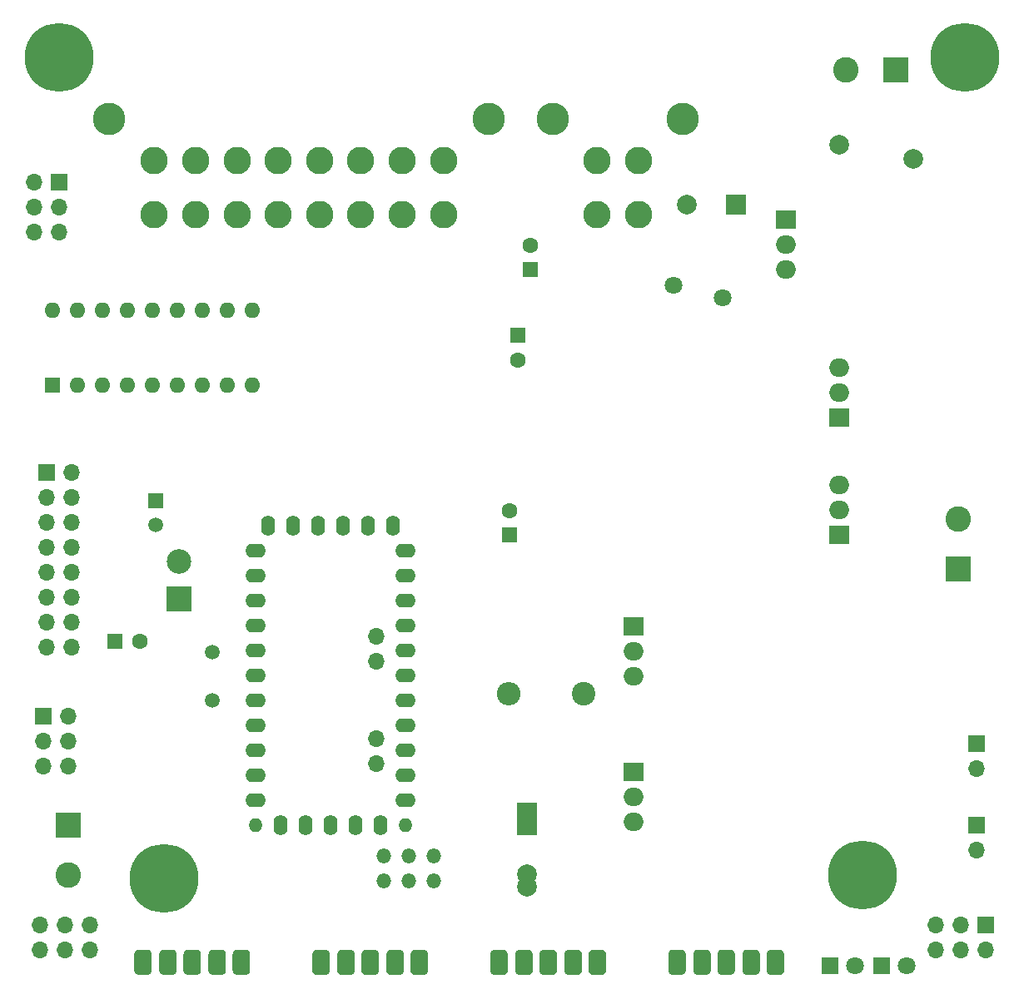
<source format=gbr>
G04 #@! TF.GenerationSoftware,KiCad,Pcbnew,(5.1.0)-1*
G04 #@! TF.CreationDate,2020-05-11T20:58:43-03:00*
G04 #@! TF.ProjectId,EAR ECU Integrated_CPU_01,45415220-4543-4552-9049-6e7465677261,01*
G04 #@! TF.SameCoordinates,Original*
G04 #@! TF.FileFunction,Soldermask,Bot*
G04 #@! TF.FilePolarity,Negative*
%FSLAX46Y46*%
G04 Gerber Fmt 4.6, Leading zero omitted, Abs format (unit mm)*
G04 Created by KiCad (PCBNEW (5.1.0)-1) date 2020-05-11 20:58:43*
%MOMM*%
%LPD*%
G04 APERTURE LIST*
%ADD10C,0.100000*%
%ADD11C,1.778000*%
%ADD12C,2.000000*%
%ADD13R,2.000000X2.000000*%
%ADD14O,1.700000X1.700000*%
%ADD15R,1.700000X1.700000*%
%ADD16C,2.600000*%
%ADD17R,2.600000X2.600000*%
%ADD18O,1.600000X1.600000*%
%ADD19R,1.600000X1.600000*%
%ADD20O,1.400000X1.400000*%
%ADD21O,2.100000X1.400000*%
%ADD22C,1.500000*%
%ADD23O,1.400000X2.100000*%
%ADD24O,1.500000X1.500000*%
%ADD25C,1.800000*%
%ADD26R,1.800000X1.800000*%
%ADD27O,2.400000X2.400000*%
%ADD28C,2.400000*%
%ADD29C,2.499360*%
%ADD30R,2.499360X2.499360*%
%ADD31O,2.000000X1.905000*%
%ADD32R,2.000000X1.905000*%
%ADD33C,1.600000*%
%ADD34C,2.800000*%
%ADD35C,3.300000*%
%ADD36C,0.800000*%
%ADD37C,7.000000*%
%ADD38R,1.500000X1.500000*%
G04 APERTURE END LIST*
D10*
G36*
X101690569Y-134939640D02*
G01*
X101733718Y-134946041D01*
X101776032Y-134956640D01*
X101817103Y-134971336D01*
X101856536Y-134989986D01*
X101893951Y-135012412D01*
X101928988Y-135038397D01*
X101961309Y-135067691D01*
X101990603Y-135100012D01*
X102016588Y-135135049D01*
X102039014Y-135172464D01*
X102057664Y-135211897D01*
X102072360Y-135252968D01*
X102082959Y-135295282D01*
X102089360Y-135338431D01*
X102091500Y-135382000D01*
X102091500Y-137033000D01*
X102089360Y-137076569D01*
X102082959Y-137119718D01*
X102072360Y-137162032D01*
X102057664Y-137203103D01*
X102039014Y-137242536D01*
X102016588Y-137279951D01*
X101990603Y-137314988D01*
X101961309Y-137347309D01*
X101928988Y-137376603D01*
X101893951Y-137402588D01*
X101856536Y-137425014D01*
X101817103Y-137443664D01*
X101776032Y-137458360D01*
X101733718Y-137468959D01*
X101690569Y-137475360D01*
X101647000Y-137477500D01*
X100758000Y-137477500D01*
X100714431Y-137475360D01*
X100671282Y-137468959D01*
X100628968Y-137458360D01*
X100587897Y-137443664D01*
X100548464Y-137425014D01*
X100511049Y-137402588D01*
X100476012Y-137376603D01*
X100443691Y-137347309D01*
X100414397Y-137314988D01*
X100388412Y-137279951D01*
X100365986Y-137242536D01*
X100347336Y-137203103D01*
X100332640Y-137162032D01*
X100322041Y-137119718D01*
X100315640Y-137076569D01*
X100313500Y-137033000D01*
X100313500Y-135382000D01*
X100315640Y-135338431D01*
X100322041Y-135295282D01*
X100332640Y-135252968D01*
X100347336Y-135211897D01*
X100365986Y-135172464D01*
X100388412Y-135135049D01*
X100414397Y-135100012D01*
X100443691Y-135067691D01*
X100476012Y-135038397D01*
X100511049Y-135012412D01*
X100548464Y-134989986D01*
X100587897Y-134971336D01*
X100628968Y-134956640D01*
X100671282Y-134946041D01*
X100714431Y-134939640D01*
X100758000Y-134937500D01*
X101647000Y-134937500D01*
X101690569Y-134939640D01*
X101690569Y-134939640D01*
G37*
D11*
X101202500Y-136207500D03*
D10*
G36*
X96690569Y-134939640D02*
G01*
X96733718Y-134946041D01*
X96776032Y-134956640D01*
X96817103Y-134971336D01*
X96856536Y-134989986D01*
X96893951Y-135012412D01*
X96928988Y-135038397D01*
X96961309Y-135067691D01*
X96990603Y-135100012D01*
X97016588Y-135135049D01*
X97039014Y-135172464D01*
X97057664Y-135211897D01*
X97072360Y-135252968D01*
X97082959Y-135295282D01*
X97089360Y-135338431D01*
X97091500Y-135382000D01*
X97091500Y-137033000D01*
X97089360Y-137076569D01*
X97082959Y-137119718D01*
X97072360Y-137162032D01*
X97057664Y-137203103D01*
X97039014Y-137242536D01*
X97016588Y-137279951D01*
X96990603Y-137314988D01*
X96961309Y-137347309D01*
X96928988Y-137376603D01*
X96893951Y-137402588D01*
X96856536Y-137425014D01*
X96817103Y-137443664D01*
X96776032Y-137458360D01*
X96733718Y-137468959D01*
X96690569Y-137475360D01*
X96647000Y-137477500D01*
X95758000Y-137477500D01*
X95714431Y-137475360D01*
X95671282Y-137468959D01*
X95628968Y-137458360D01*
X95587897Y-137443664D01*
X95548464Y-137425014D01*
X95511049Y-137402588D01*
X95476012Y-137376603D01*
X95443691Y-137347309D01*
X95414397Y-137314988D01*
X95388412Y-137279951D01*
X95365986Y-137242536D01*
X95347336Y-137203103D01*
X95332640Y-137162032D01*
X95322041Y-137119718D01*
X95315640Y-137076569D01*
X95313500Y-137033000D01*
X95313500Y-135382000D01*
X95315640Y-135338431D01*
X95322041Y-135295282D01*
X95332640Y-135252968D01*
X95347336Y-135211897D01*
X95365986Y-135172464D01*
X95388412Y-135135049D01*
X95414397Y-135100012D01*
X95443691Y-135067691D01*
X95476012Y-135038397D01*
X95511049Y-135012412D01*
X95548464Y-134989986D01*
X95587897Y-134971336D01*
X95628968Y-134956640D01*
X95671282Y-134946041D01*
X95714431Y-134939640D01*
X95758000Y-134937500D01*
X96647000Y-134937500D01*
X96690569Y-134939640D01*
X96690569Y-134939640D01*
G37*
D11*
X96202500Y-136207500D03*
D10*
G36*
X104150569Y-134939640D02*
G01*
X104193718Y-134946041D01*
X104236032Y-134956640D01*
X104277103Y-134971336D01*
X104316536Y-134989986D01*
X104353951Y-135012412D01*
X104388988Y-135038397D01*
X104421309Y-135067691D01*
X104450603Y-135100012D01*
X104476588Y-135135049D01*
X104499014Y-135172464D01*
X104517664Y-135211897D01*
X104532360Y-135252968D01*
X104542959Y-135295282D01*
X104549360Y-135338431D01*
X104551500Y-135382000D01*
X104551500Y-137033000D01*
X104549360Y-137076569D01*
X104542959Y-137119718D01*
X104532360Y-137162032D01*
X104517664Y-137203103D01*
X104499014Y-137242536D01*
X104476588Y-137279951D01*
X104450603Y-137314988D01*
X104421309Y-137347309D01*
X104388988Y-137376603D01*
X104353951Y-137402588D01*
X104316536Y-137425014D01*
X104277103Y-137443664D01*
X104236032Y-137458360D01*
X104193718Y-137468959D01*
X104150569Y-137475360D01*
X104107000Y-137477500D01*
X103218000Y-137477500D01*
X103174431Y-137475360D01*
X103131282Y-137468959D01*
X103088968Y-137458360D01*
X103047897Y-137443664D01*
X103008464Y-137425014D01*
X102971049Y-137402588D01*
X102936012Y-137376603D01*
X102903691Y-137347309D01*
X102874397Y-137314988D01*
X102848412Y-137279951D01*
X102825986Y-137242536D01*
X102807336Y-137203103D01*
X102792640Y-137162032D01*
X102782041Y-137119718D01*
X102775640Y-137076569D01*
X102773500Y-137033000D01*
X102773500Y-135382000D01*
X102775640Y-135338431D01*
X102782041Y-135295282D01*
X102792640Y-135252968D01*
X102807336Y-135211897D01*
X102825986Y-135172464D01*
X102848412Y-135135049D01*
X102874397Y-135100012D01*
X102903691Y-135067691D01*
X102936012Y-135038397D01*
X102971049Y-135012412D01*
X103008464Y-134989986D01*
X103047897Y-134971336D01*
X103088968Y-134956640D01*
X103131282Y-134946041D01*
X103174431Y-134939640D01*
X103218000Y-134937500D01*
X104107000Y-134937500D01*
X104150569Y-134939640D01*
X104150569Y-134939640D01*
G37*
D11*
X103662500Y-136207500D03*
D10*
G36*
X99150569Y-134939640D02*
G01*
X99193718Y-134946041D01*
X99236032Y-134956640D01*
X99277103Y-134971336D01*
X99316536Y-134989986D01*
X99353951Y-135012412D01*
X99388988Y-135038397D01*
X99421309Y-135067691D01*
X99450603Y-135100012D01*
X99476588Y-135135049D01*
X99499014Y-135172464D01*
X99517664Y-135211897D01*
X99532360Y-135252968D01*
X99542959Y-135295282D01*
X99549360Y-135338431D01*
X99551500Y-135382000D01*
X99551500Y-137033000D01*
X99549360Y-137076569D01*
X99542959Y-137119718D01*
X99532360Y-137162032D01*
X99517664Y-137203103D01*
X99499014Y-137242536D01*
X99476588Y-137279951D01*
X99450603Y-137314988D01*
X99421309Y-137347309D01*
X99388988Y-137376603D01*
X99353951Y-137402588D01*
X99316536Y-137425014D01*
X99277103Y-137443664D01*
X99236032Y-137458360D01*
X99193718Y-137468959D01*
X99150569Y-137475360D01*
X99107000Y-137477500D01*
X98218000Y-137477500D01*
X98174431Y-137475360D01*
X98131282Y-137468959D01*
X98088968Y-137458360D01*
X98047897Y-137443664D01*
X98008464Y-137425014D01*
X97971049Y-137402588D01*
X97936012Y-137376603D01*
X97903691Y-137347309D01*
X97874397Y-137314988D01*
X97848412Y-137279951D01*
X97825986Y-137242536D01*
X97807336Y-137203103D01*
X97792640Y-137162032D01*
X97782041Y-137119718D01*
X97775640Y-137076569D01*
X97773500Y-137033000D01*
X97773500Y-135382000D01*
X97775640Y-135338431D01*
X97782041Y-135295282D01*
X97792640Y-135252968D01*
X97807336Y-135211897D01*
X97825986Y-135172464D01*
X97848412Y-135135049D01*
X97874397Y-135100012D01*
X97903691Y-135067691D01*
X97936012Y-135038397D01*
X97971049Y-135012412D01*
X98008464Y-134989986D01*
X98047897Y-134971336D01*
X98088968Y-134956640D01*
X98131282Y-134946041D01*
X98174431Y-134939640D01*
X98218000Y-134937500D01*
X99107000Y-134937500D01*
X99150569Y-134939640D01*
X99150569Y-134939640D01*
G37*
D11*
X98662500Y-136207500D03*
D10*
G36*
X94150569Y-134939640D02*
G01*
X94193718Y-134946041D01*
X94236032Y-134956640D01*
X94277103Y-134971336D01*
X94316536Y-134989986D01*
X94353951Y-135012412D01*
X94388988Y-135038397D01*
X94421309Y-135067691D01*
X94450603Y-135100012D01*
X94476588Y-135135049D01*
X94499014Y-135172464D01*
X94517664Y-135211897D01*
X94532360Y-135252968D01*
X94542959Y-135295282D01*
X94549360Y-135338431D01*
X94551500Y-135382000D01*
X94551500Y-137033000D01*
X94549360Y-137076569D01*
X94542959Y-137119718D01*
X94532360Y-137162032D01*
X94517664Y-137203103D01*
X94499014Y-137242536D01*
X94476588Y-137279951D01*
X94450603Y-137314988D01*
X94421309Y-137347309D01*
X94388988Y-137376603D01*
X94353951Y-137402588D01*
X94316536Y-137425014D01*
X94277103Y-137443664D01*
X94236032Y-137458360D01*
X94193718Y-137468959D01*
X94150569Y-137475360D01*
X94107000Y-137477500D01*
X93218000Y-137477500D01*
X93174431Y-137475360D01*
X93131282Y-137468959D01*
X93088968Y-137458360D01*
X93047897Y-137443664D01*
X93008464Y-137425014D01*
X92971049Y-137402588D01*
X92936012Y-137376603D01*
X92903691Y-137347309D01*
X92874397Y-137314988D01*
X92848412Y-137279951D01*
X92825986Y-137242536D01*
X92807336Y-137203103D01*
X92792640Y-137162032D01*
X92782041Y-137119718D01*
X92775640Y-137076569D01*
X92773500Y-137033000D01*
X92773500Y-135382000D01*
X92775640Y-135338431D01*
X92782041Y-135295282D01*
X92792640Y-135252968D01*
X92807336Y-135211897D01*
X92825986Y-135172464D01*
X92848412Y-135135049D01*
X92874397Y-135100012D01*
X92903691Y-135067691D01*
X92936012Y-135038397D01*
X92971049Y-135012412D01*
X93008464Y-134989986D01*
X93047897Y-134971336D01*
X93088968Y-134956640D01*
X93131282Y-134946041D01*
X93174431Y-134939640D01*
X93218000Y-134937500D01*
X94107000Y-134937500D01*
X94150569Y-134939640D01*
X94150569Y-134939640D01*
G37*
D11*
X93662500Y-136207500D03*
D10*
G36*
X119788069Y-134939640D02*
G01*
X119831218Y-134946041D01*
X119873532Y-134956640D01*
X119914603Y-134971336D01*
X119954036Y-134989986D01*
X119991451Y-135012412D01*
X120026488Y-135038397D01*
X120058809Y-135067691D01*
X120088103Y-135100012D01*
X120114088Y-135135049D01*
X120136514Y-135172464D01*
X120155164Y-135211897D01*
X120169860Y-135252968D01*
X120180459Y-135295282D01*
X120186860Y-135338431D01*
X120189000Y-135382000D01*
X120189000Y-137033000D01*
X120186860Y-137076569D01*
X120180459Y-137119718D01*
X120169860Y-137162032D01*
X120155164Y-137203103D01*
X120136514Y-137242536D01*
X120114088Y-137279951D01*
X120088103Y-137314988D01*
X120058809Y-137347309D01*
X120026488Y-137376603D01*
X119991451Y-137402588D01*
X119954036Y-137425014D01*
X119914603Y-137443664D01*
X119873532Y-137458360D01*
X119831218Y-137468959D01*
X119788069Y-137475360D01*
X119744500Y-137477500D01*
X118855500Y-137477500D01*
X118811931Y-137475360D01*
X118768782Y-137468959D01*
X118726468Y-137458360D01*
X118685397Y-137443664D01*
X118645964Y-137425014D01*
X118608549Y-137402588D01*
X118573512Y-137376603D01*
X118541191Y-137347309D01*
X118511897Y-137314988D01*
X118485912Y-137279951D01*
X118463486Y-137242536D01*
X118444836Y-137203103D01*
X118430140Y-137162032D01*
X118419541Y-137119718D01*
X118413140Y-137076569D01*
X118411000Y-137033000D01*
X118411000Y-135382000D01*
X118413140Y-135338431D01*
X118419541Y-135295282D01*
X118430140Y-135252968D01*
X118444836Y-135211897D01*
X118463486Y-135172464D01*
X118485912Y-135135049D01*
X118511897Y-135100012D01*
X118541191Y-135067691D01*
X118573512Y-135038397D01*
X118608549Y-135012412D01*
X118645964Y-134989986D01*
X118685397Y-134971336D01*
X118726468Y-134956640D01*
X118768782Y-134946041D01*
X118811931Y-134939640D01*
X118855500Y-134937500D01*
X119744500Y-134937500D01*
X119788069Y-134939640D01*
X119788069Y-134939640D01*
G37*
D11*
X119300000Y-136207500D03*
D10*
G36*
X114788069Y-134939640D02*
G01*
X114831218Y-134946041D01*
X114873532Y-134956640D01*
X114914603Y-134971336D01*
X114954036Y-134989986D01*
X114991451Y-135012412D01*
X115026488Y-135038397D01*
X115058809Y-135067691D01*
X115088103Y-135100012D01*
X115114088Y-135135049D01*
X115136514Y-135172464D01*
X115155164Y-135211897D01*
X115169860Y-135252968D01*
X115180459Y-135295282D01*
X115186860Y-135338431D01*
X115189000Y-135382000D01*
X115189000Y-137033000D01*
X115186860Y-137076569D01*
X115180459Y-137119718D01*
X115169860Y-137162032D01*
X115155164Y-137203103D01*
X115136514Y-137242536D01*
X115114088Y-137279951D01*
X115088103Y-137314988D01*
X115058809Y-137347309D01*
X115026488Y-137376603D01*
X114991451Y-137402588D01*
X114954036Y-137425014D01*
X114914603Y-137443664D01*
X114873532Y-137458360D01*
X114831218Y-137468959D01*
X114788069Y-137475360D01*
X114744500Y-137477500D01*
X113855500Y-137477500D01*
X113811931Y-137475360D01*
X113768782Y-137468959D01*
X113726468Y-137458360D01*
X113685397Y-137443664D01*
X113645964Y-137425014D01*
X113608549Y-137402588D01*
X113573512Y-137376603D01*
X113541191Y-137347309D01*
X113511897Y-137314988D01*
X113485912Y-137279951D01*
X113463486Y-137242536D01*
X113444836Y-137203103D01*
X113430140Y-137162032D01*
X113419541Y-137119718D01*
X113413140Y-137076569D01*
X113411000Y-137033000D01*
X113411000Y-135382000D01*
X113413140Y-135338431D01*
X113419541Y-135295282D01*
X113430140Y-135252968D01*
X113444836Y-135211897D01*
X113463486Y-135172464D01*
X113485912Y-135135049D01*
X113511897Y-135100012D01*
X113541191Y-135067691D01*
X113573512Y-135038397D01*
X113608549Y-135012412D01*
X113645964Y-134989986D01*
X113685397Y-134971336D01*
X113726468Y-134956640D01*
X113768782Y-134946041D01*
X113811931Y-134939640D01*
X113855500Y-134937500D01*
X114744500Y-134937500D01*
X114788069Y-134939640D01*
X114788069Y-134939640D01*
G37*
D11*
X114300000Y-136207500D03*
D10*
G36*
X122248069Y-134939640D02*
G01*
X122291218Y-134946041D01*
X122333532Y-134956640D01*
X122374603Y-134971336D01*
X122414036Y-134989986D01*
X122451451Y-135012412D01*
X122486488Y-135038397D01*
X122518809Y-135067691D01*
X122548103Y-135100012D01*
X122574088Y-135135049D01*
X122596514Y-135172464D01*
X122615164Y-135211897D01*
X122629860Y-135252968D01*
X122640459Y-135295282D01*
X122646860Y-135338431D01*
X122649000Y-135382000D01*
X122649000Y-137033000D01*
X122646860Y-137076569D01*
X122640459Y-137119718D01*
X122629860Y-137162032D01*
X122615164Y-137203103D01*
X122596514Y-137242536D01*
X122574088Y-137279951D01*
X122548103Y-137314988D01*
X122518809Y-137347309D01*
X122486488Y-137376603D01*
X122451451Y-137402588D01*
X122414036Y-137425014D01*
X122374603Y-137443664D01*
X122333532Y-137458360D01*
X122291218Y-137468959D01*
X122248069Y-137475360D01*
X122204500Y-137477500D01*
X121315500Y-137477500D01*
X121271931Y-137475360D01*
X121228782Y-137468959D01*
X121186468Y-137458360D01*
X121145397Y-137443664D01*
X121105964Y-137425014D01*
X121068549Y-137402588D01*
X121033512Y-137376603D01*
X121001191Y-137347309D01*
X120971897Y-137314988D01*
X120945912Y-137279951D01*
X120923486Y-137242536D01*
X120904836Y-137203103D01*
X120890140Y-137162032D01*
X120879541Y-137119718D01*
X120873140Y-137076569D01*
X120871000Y-137033000D01*
X120871000Y-135382000D01*
X120873140Y-135338431D01*
X120879541Y-135295282D01*
X120890140Y-135252968D01*
X120904836Y-135211897D01*
X120923486Y-135172464D01*
X120945912Y-135135049D01*
X120971897Y-135100012D01*
X121001191Y-135067691D01*
X121033512Y-135038397D01*
X121068549Y-135012412D01*
X121105964Y-134989986D01*
X121145397Y-134971336D01*
X121186468Y-134956640D01*
X121228782Y-134946041D01*
X121271931Y-134939640D01*
X121315500Y-134937500D01*
X122204500Y-134937500D01*
X122248069Y-134939640D01*
X122248069Y-134939640D01*
G37*
D11*
X121760000Y-136207500D03*
D10*
G36*
X117248069Y-134939640D02*
G01*
X117291218Y-134946041D01*
X117333532Y-134956640D01*
X117374603Y-134971336D01*
X117414036Y-134989986D01*
X117451451Y-135012412D01*
X117486488Y-135038397D01*
X117518809Y-135067691D01*
X117548103Y-135100012D01*
X117574088Y-135135049D01*
X117596514Y-135172464D01*
X117615164Y-135211897D01*
X117629860Y-135252968D01*
X117640459Y-135295282D01*
X117646860Y-135338431D01*
X117649000Y-135382000D01*
X117649000Y-137033000D01*
X117646860Y-137076569D01*
X117640459Y-137119718D01*
X117629860Y-137162032D01*
X117615164Y-137203103D01*
X117596514Y-137242536D01*
X117574088Y-137279951D01*
X117548103Y-137314988D01*
X117518809Y-137347309D01*
X117486488Y-137376603D01*
X117451451Y-137402588D01*
X117414036Y-137425014D01*
X117374603Y-137443664D01*
X117333532Y-137458360D01*
X117291218Y-137468959D01*
X117248069Y-137475360D01*
X117204500Y-137477500D01*
X116315500Y-137477500D01*
X116271931Y-137475360D01*
X116228782Y-137468959D01*
X116186468Y-137458360D01*
X116145397Y-137443664D01*
X116105964Y-137425014D01*
X116068549Y-137402588D01*
X116033512Y-137376603D01*
X116001191Y-137347309D01*
X115971897Y-137314988D01*
X115945912Y-137279951D01*
X115923486Y-137242536D01*
X115904836Y-137203103D01*
X115890140Y-137162032D01*
X115879541Y-137119718D01*
X115873140Y-137076569D01*
X115871000Y-137033000D01*
X115871000Y-135382000D01*
X115873140Y-135338431D01*
X115879541Y-135295282D01*
X115890140Y-135252968D01*
X115904836Y-135211897D01*
X115923486Y-135172464D01*
X115945912Y-135135049D01*
X115971897Y-135100012D01*
X116001191Y-135067691D01*
X116033512Y-135038397D01*
X116068549Y-135012412D01*
X116105964Y-134989986D01*
X116145397Y-134971336D01*
X116186468Y-134956640D01*
X116228782Y-134946041D01*
X116271931Y-134939640D01*
X116315500Y-134937500D01*
X117204500Y-134937500D01*
X117248069Y-134939640D01*
X117248069Y-134939640D01*
G37*
D11*
X116760000Y-136207500D03*
D10*
G36*
X112248069Y-134939640D02*
G01*
X112291218Y-134946041D01*
X112333532Y-134956640D01*
X112374603Y-134971336D01*
X112414036Y-134989986D01*
X112451451Y-135012412D01*
X112486488Y-135038397D01*
X112518809Y-135067691D01*
X112548103Y-135100012D01*
X112574088Y-135135049D01*
X112596514Y-135172464D01*
X112615164Y-135211897D01*
X112629860Y-135252968D01*
X112640459Y-135295282D01*
X112646860Y-135338431D01*
X112649000Y-135382000D01*
X112649000Y-137033000D01*
X112646860Y-137076569D01*
X112640459Y-137119718D01*
X112629860Y-137162032D01*
X112615164Y-137203103D01*
X112596514Y-137242536D01*
X112574088Y-137279951D01*
X112548103Y-137314988D01*
X112518809Y-137347309D01*
X112486488Y-137376603D01*
X112451451Y-137402588D01*
X112414036Y-137425014D01*
X112374603Y-137443664D01*
X112333532Y-137458360D01*
X112291218Y-137468959D01*
X112248069Y-137475360D01*
X112204500Y-137477500D01*
X111315500Y-137477500D01*
X111271931Y-137475360D01*
X111228782Y-137468959D01*
X111186468Y-137458360D01*
X111145397Y-137443664D01*
X111105964Y-137425014D01*
X111068549Y-137402588D01*
X111033512Y-137376603D01*
X111001191Y-137347309D01*
X110971897Y-137314988D01*
X110945912Y-137279951D01*
X110923486Y-137242536D01*
X110904836Y-137203103D01*
X110890140Y-137162032D01*
X110879541Y-137119718D01*
X110873140Y-137076569D01*
X110871000Y-137033000D01*
X110871000Y-135382000D01*
X110873140Y-135338431D01*
X110879541Y-135295282D01*
X110890140Y-135252968D01*
X110904836Y-135211897D01*
X110923486Y-135172464D01*
X110945912Y-135135049D01*
X110971897Y-135100012D01*
X111001191Y-135067691D01*
X111033512Y-135038397D01*
X111068549Y-135012412D01*
X111105964Y-134989986D01*
X111145397Y-134971336D01*
X111186468Y-134956640D01*
X111228782Y-134946041D01*
X111271931Y-134939640D01*
X111315500Y-134937500D01*
X112204500Y-134937500D01*
X112248069Y-134939640D01*
X112248069Y-134939640D01*
G37*
D11*
X111760000Y-136207500D03*
D10*
G36*
X137885569Y-134939640D02*
G01*
X137928718Y-134946041D01*
X137971032Y-134956640D01*
X138012103Y-134971336D01*
X138051536Y-134989986D01*
X138088951Y-135012412D01*
X138123988Y-135038397D01*
X138156309Y-135067691D01*
X138185603Y-135100012D01*
X138211588Y-135135049D01*
X138234014Y-135172464D01*
X138252664Y-135211897D01*
X138267360Y-135252968D01*
X138277959Y-135295282D01*
X138284360Y-135338431D01*
X138286500Y-135382000D01*
X138286500Y-137033000D01*
X138284360Y-137076569D01*
X138277959Y-137119718D01*
X138267360Y-137162032D01*
X138252664Y-137203103D01*
X138234014Y-137242536D01*
X138211588Y-137279951D01*
X138185603Y-137314988D01*
X138156309Y-137347309D01*
X138123988Y-137376603D01*
X138088951Y-137402588D01*
X138051536Y-137425014D01*
X138012103Y-137443664D01*
X137971032Y-137458360D01*
X137928718Y-137468959D01*
X137885569Y-137475360D01*
X137842000Y-137477500D01*
X136953000Y-137477500D01*
X136909431Y-137475360D01*
X136866282Y-137468959D01*
X136823968Y-137458360D01*
X136782897Y-137443664D01*
X136743464Y-137425014D01*
X136706049Y-137402588D01*
X136671012Y-137376603D01*
X136638691Y-137347309D01*
X136609397Y-137314988D01*
X136583412Y-137279951D01*
X136560986Y-137242536D01*
X136542336Y-137203103D01*
X136527640Y-137162032D01*
X136517041Y-137119718D01*
X136510640Y-137076569D01*
X136508500Y-137033000D01*
X136508500Y-135382000D01*
X136510640Y-135338431D01*
X136517041Y-135295282D01*
X136527640Y-135252968D01*
X136542336Y-135211897D01*
X136560986Y-135172464D01*
X136583412Y-135135049D01*
X136609397Y-135100012D01*
X136638691Y-135067691D01*
X136671012Y-135038397D01*
X136706049Y-135012412D01*
X136743464Y-134989986D01*
X136782897Y-134971336D01*
X136823968Y-134956640D01*
X136866282Y-134946041D01*
X136909431Y-134939640D01*
X136953000Y-134937500D01*
X137842000Y-134937500D01*
X137885569Y-134939640D01*
X137885569Y-134939640D01*
G37*
D11*
X137397500Y-136207500D03*
D10*
G36*
X132885569Y-134939640D02*
G01*
X132928718Y-134946041D01*
X132971032Y-134956640D01*
X133012103Y-134971336D01*
X133051536Y-134989986D01*
X133088951Y-135012412D01*
X133123988Y-135038397D01*
X133156309Y-135067691D01*
X133185603Y-135100012D01*
X133211588Y-135135049D01*
X133234014Y-135172464D01*
X133252664Y-135211897D01*
X133267360Y-135252968D01*
X133277959Y-135295282D01*
X133284360Y-135338431D01*
X133286500Y-135382000D01*
X133286500Y-137033000D01*
X133284360Y-137076569D01*
X133277959Y-137119718D01*
X133267360Y-137162032D01*
X133252664Y-137203103D01*
X133234014Y-137242536D01*
X133211588Y-137279951D01*
X133185603Y-137314988D01*
X133156309Y-137347309D01*
X133123988Y-137376603D01*
X133088951Y-137402588D01*
X133051536Y-137425014D01*
X133012103Y-137443664D01*
X132971032Y-137458360D01*
X132928718Y-137468959D01*
X132885569Y-137475360D01*
X132842000Y-137477500D01*
X131953000Y-137477500D01*
X131909431Y-137475360D01*
X131866282Y-137468959D01*
X131823968Y-137458360D01*
X131782897Y-137443664D01*
X131743464Y-137425014D01*
X131706049Y-137402588D01*
X131671012Y-137376603D01*
X131638691Y-137347309D01*
X131609397Y-137314988D01*
X131583412Y-137279951D01*
X131560986Y-137242536D01*
X131542336Y-137203103D01*
X131527640Y-137162032D01*
X131517041Y-137119718D01*
X131510640Y-137076569D01*
X131508500Y-137033000D01*
X131508500Y-135382000D01*
X131510640Y-135338431D01*
X131517041Y-135295282D01*
X131527640Y-135252968D01*
X131542336Y-135211897D01*
X131560986Y-135172464D01*
X131583412Y-135135049D01*
X131609397Y-135100012D01*
X131638691Y-135067691D01*
X131671012Y-135038397D01*
X131706049Y-135012412D01*
X131743464Y-134989986D01*
X131782897Y-134971336D01*
X131823968Y-134956640D01*
X131866282Y-134946041D01*
X131909431Y-134939640D01*
X131953000Y-134937500D01*
X132842000Y-134937500D01*
X132885569Y-134939640D01*
X132885569Y-134939640D01*
G37*
D11*
X132397500Y-136207500D03*
D10*
G36*
X140345569Y-134939640D02*
G01*
X140388718Y-134946041D01*
X140431032Y-134956640D01*
X140472103Y-134971336D01*
X140511536Y-134989986D01*
X140548951Y-135012412D01*
X140583988Y-135038397D01*
X140616309Y-135067691D01*
X140645603Y-135100012D01*
X140671588Y-135135049D01*
X140694014Y-135172464D01*
X140712664Y-135211897D01*
X140727360Y-135252968D01*
X140737959Y-135295282D01*
X140744360Y-135338431D01*
X140746500Y-135382000D01*
X140746500Y-137033000D01*
X140744360Y-137076569D01*
X140737959Y-137119718D01*
X140727360Y-137162032D01*
X140712664Y-137203103D01*
X140694014Y-137242536D01*
X140671588Y-137279951D01*
X140645603Y-137314988D01*
X140616309Y-137347309D01*
X140583988Y-137376603D01*
X140548951Y-137402588D01*
X140511536Y-137425014D01*
X140472103Y-137443664D01*
X140431032Y-137458360D01*
X140388718Y-137468959D01*
X140345569Y-137475360D01*
X140302000Y-137477500D01*
X139413000Y-137477500D01*
X139369431Y-137475360D01*
X139326282Y-137468959D01*
X139283968Y-137458360D01*
X139242897Y-137443664D01*
X139203464Y-137425014D01*
X139166049Y-137402588D01*
X139131012Y-137376603D01*
X139098691Y-137347309D01*
X139069397Y-137314988D01*
X139043412Y-137279951D01*
X139020986Y-137242536D01*
X139002336Y-137203103D01*
X138987640Y-137162032D01*
X138977041Y-137119718D01*
X138970640Y-137076569D01*
X138968500Y-137033000D01*
X138968500Y-135382000D01*
X138970640Y-135338431D01*
X138977041Y-135295282D01*
X138987640Y-135252968D01*
X139002336Y-135211897D01*
X139020986Y-135172464D01*
X139043412Y-135135049D01*
X139069397Y-135100012D01*
X139098691Y-135067691D01*
X139131012Y-135038397D01*
X139166049Y-135012412D01*
X139203464Y-134989986D01*
X139242897Y-134971336D01*
X139283968Y-134956640D01*
X139326282Y-134946041D01*
X139369431Y-134939640D01*
X139413000Y-134937500D01*
X140302000Y-134937500D01*
X140345569Y-134939640D01*
X140345569Y-134939640D01*
G37*
D11*
X139857500Y-136207500D03*
D10*
G36*
X135345569Y-134939640D02*
G01*
X135388718Y-134946041D01*
X135431032Y-134956640D01*
X135472103Y-134971336D01*
X135511536Y-134989986D01*
X135548951Y-135012412D01*
X135583988Y-135038397D01*
X135616309Y-135067691D01*
X135645603Y-135100012D01*
X135671588Y-135135049D01*
X135694014Y-135172464D01*
X135712664Y-135211897D01*
X135727360Y-135252968D01*
X135737959Y-135295282D01*
X135744360Y-135338431D01*
X135746500Y-135382000D01*
X135746500Y-137033000D01*
X135744360Y-137076569D01*
X135737959Y-137119718D01*
X135727360Y-137162032D01*
X135712664Y-137203103D01*
X135694014Y-137242536D01*
X135671588Y-137279951D01*
X135645603Y-137314988D01*
X135616309Y-137347309D01*
X135583988Y-137376603D01*
X135548951Y-137402588D01*
X135511536Y-137425014D01*
X135472103Y-137443664D01*
X135431032Y-137458360D01*
X135388718Y-137468959D01*
X135345569Y-137475360D01*
X135302000Y-137477500D01*
X134413000Y-137477500D01*
X134369431Y-137475360D01*
X134326282Y-137468959D01*
X134283968Y-137458360D01*
X134242897Y-137443664D01*
X134203464Y-137425014D01*
X134166049Y-137402588D01*
X134131012Y-137376603D01*
X134098691Y-137347309D01*
X134069397Y-137314988D01*
X134043412Y-137279951D01*
X134020986Y-137242536D01*
X134002336Y-137203103D01*
X133987640Y-137162032D01*
X133977041Y-137119718D01*
X133970640Y-137076569D01*
X133968500Y-137033000D01*
X133968500Y-135382000D01*
X133970640Y-135338431D01*
X133977041Y-135295282D01*
X133987640Y-135252968D01*
X134002336Y-135211897D01*
X134020986Y-135172464D01*
X134043412Y-135135049D01*
X134069397Y-135100012D01*
X134098691Y-135067691D01*
X134131012Y-135038397D01*
X134166049Y-135012412D01*
X134203464Y-134989986D01*
X134242897Y-134971336D01*
X134283968Y-134956640D01*
X134326282Y-134946041D01*
X134369431Y-134939640D01*
X134413000Y-134937500D01*
X135302000Y-134937500D01*
X135345569Y-134939640D01*
X135345569Y-134939640D01*
G37*
D11*
X134857500Y-136207500D03*
D10*
G36*
X130345569Y-134939640D02*
G01*
X130388718Y-134946041D01*
X130431032Y-134956640D01*
X130472103Y-134971336D01*
X130511536Y-134989986D01*
X130548951Y-135012412D01*
X130583988Y-135038397D01*
X130616309Y-135067691D01*
X130645603Y-135100012D01*
X130671588Y-135135049D01*
X130694014Y-135172464D01*
X130712664Y-135211897D01*
X130727360Y-135252968D01*
X130737959Y-135295282D01*
X130744360Y-135338431D01*
X130746500Y-135382000D01*
X130746500Y-137033000D01*
X130744360Y-137076569D01*
X130737959Y-137119718D01*
X130727360Y-137162032D01*
X130712664Y-137203103D01*
X130694014Y-137242536D01*
X130671588Y-137279951D01*
X130645603Y-137314988D01*
X130616309Y-137347309D01*
X130583988Y-137376603D01*
X130548951Y-137402588D01*
X130511536Y-137425014D01*
X130472103Y-137443664D01*
X130431032Y-137458360D01*
X130388718Y-137468959D01*
X130345569Y-137475360D01*
X130302000Y-137477500D01*
X129413000Y-137477500D01*
X129369431Y-137475360D01*
X129326282Y-137468959D01*
X129283968Y-137458360D01*
X129242897Y-137443664D01*
X129203464Y-137425014D01*
X129166049Y-137402588D01*
X129131012Y-137376603D01*
X129098691Y-137347309D01*
X129069397Y-137314988D01*
X129043412Y-137279951D01*
X129020986Y-137242536D01*
X129002336Y-137203103D01*
X128987640Y-137162032D01*
X128977041Y-137119718D01*
X128970640Y-137076569D01*
X128968500Y-137033000D01*
X128968500Y-135382000D01*
X128970640Y-135338431D01*
X128977041Y-135295282D01*
X128987640Y-135252968D01*
X129002336Y-135211897D01*
X129020986Y-135172464D01*
X129043412Y-135135049D01*
X129069397Y-135100012D01*
X129098691Y-135067691D01*
X129131012Y-135038397D01*
X129166049Y-135012412D01*
X129203464Y-134989986D01*
X129242897Y-134971336D01*
X129283968Y-134956640D01*
X129326282Y-134946041D01*
X129369431Y-134939640D01*
X129413000Y-134937500D01*
X130302000Y-134937500D01*
X130345569Y-134939640D01*
X130345569Y-134939640D01*
G37*
D11*
X129857500Y-136207500D03*
D10*
G36*
X155983069Y-134939640D02*
G01*
X156026218Y-134946041D01*
X156068532Y-134956640D01*
X156109603Y-134971336D01*
X156149036Y-134989986D01*
X156186451Y-135012412D01*
X156221488Y-135038397D01*
X156253809Y-135067691D01*
X156283103Y-135100012D01*
X156309088Y-135135049D01*
X156331514Y-135172464D01*
X156350164Y-135211897D01*
X156364860Y-135252968D01*
X156375459Y-135295282D01*
X156381860Y-135338431D01*
X156384000Y-135382000D01*
X156384000Y-137033000D01*
X156381860Y-137076569D01*
X156375459Y-137119718D01*
X156364860Y-137162032D01*
X156350164Y-137203103D01*
X156331514Y-137242536D01*
X156309088Y-137279951D01*
X156283103Y-137314988D01*
X156253809Y-137347309D01*
X156221488Y-137376603D01*
X156186451Y-137402588D01*
X156149036Y-137425014D01*
X156109603Y-137443664D01*
X156068532Y-137458360D01*
X156026218Y-137468959D01*
X155983069Y-137475360D01*
X155939500Y-137477500D01*
X155050500Y-137477500D01*
X155006931Y-137475360D01*
X154963782Y-137468959D01*
X154921468Y-137458360D01*
X154880397Y-137443664D01*
X154840964Y-137425014D01*
X154803549Y-137402588D01*
X154768512Y-137376603D01*
X154736191Y-137347309D01*
X154706897Y-137314988D01*
X154680912Y-137279951D01*
X154658486Y-137242536D01*
X154639836Y-137203103D01*
X154625140Y-137162032D01*
X154614541Y-137119718D01*
X154608140Y-137076569D01*
X154606000Y-137033000D01*
X154606000Y-135382000D01*
X154608140Y-135338431D01*
X154614541Y-135295282D01*
X154625140Y-135252968D01*
X154639836Y-135211897D01*
X154658486Y-135172464D01*
X154680912Y-135135049D01*
X154706897Y-135100012D01*
X154736191Y-135067691D01*
X154768512Y-135038397D01*
X154803549Y-135012412D01*
X154840964Y-134989986D01*
X154880397Y-134971336D01*
X154921468Y-134956640D01*
X154963782Y-134946041D01*
X155006931Y-134939640D01*
X155050500Y-134937500D01*
X155939500Y-134937500D01*
X155983069Y-134939640D01*
X155983069Y-134939640D01*
G37*
D11*
X155495000Y-136207500D03*
D10*
G36*
X150983069Y-134939640D02*
G01*
X151026218Y-134946041D01*
X151068532Y-134956640D01*
X151109603Y-134971336D01*
X151149036Y-134989986D01*
X151186451Y-135012412D01*
X151221488Y-135038397D01*
X151253809Y-135067691D01*
X151283103Y-135100012D01*
X151309088Y-135135049D01*
X151331514Y-135172464D01*
X151350164Y-135211897D01*
X151364860Y-135252968D01*
X151375459Y-135295282D01*
X151381860Y-135338431D01*
X151384000Y-135382000D01*
X151384000Y-137033000D01*
X151381860Y-137076569D01*
X151375459Y-137119718D01*
X151364860Y-137162032D01*
X151350164Y-137203103D01*
X151331514Y-137242536D01*
X151309088Y-137279951D01*
X151283103Y-137314988D01*
X151253809Y-137347309D01*
X151221488Y-137376603D01*
X151186451Y-137402588D01*
X151149036Y-137425014D01*
X151109603Y-137443664D01*
X151068532Y-137458360D01*
X151026218Y-137468959D01*
X150983069Y-137475360D01*
X150939500Y-137477500D01*
X150050500Y-137477500D01*
X150006931Y-137475360D01*
X149963782Y-137468959D01*
X149921468Y-137458360D01*
X149880397Y-137443664D01*
X149840964Y-137425014D01*
X149803549Y-137402588D01*
X149768512Y-137376603D01*
X149736191Y-137347309D01*
X149706897Y-137314988D01*
X149680912Y-137279951D01*
X149658486Y-137242536D01*
X149639836Y-137203103D01*
X149625140Y-137162032D01*
X149614541Y-137119718D01*
X149608140Y-137076569D01*
X149606000Y-137033000D01*
X149606000Y-135382000D01*
X149608140Y-135338431D01*
X149614541Y-135295282D01*
X149625140Y-135252968D01*
X149639836Y-135211897D01*
X149658486Y-135172464D01*
X149680912Y-135135049D01*
X149706897Y-135100012D01*
X149736191Y-135067691D01*
X149768512Y-135038397D01*
X149803549Y-135012412D01*
X149840964Y-134989986D01*
X149880397Y-134971336D01*
X149921468Y-134956640D01*
X149963782Y-134946041D01*
X150006931Y-134939640D01*
X150050500Y-134937500D01*
X150939500Y-134937500D01*
X150983069Y-134939640D01*
X150983069Y-134939640D01*
G37*
D11*
X150495000Y-136207500D03*
D10*
G36*
X158443069Y-134939640D02*
G01*
X158486218Y-134946041D01*
X158528532Y-134956640D01*
X158569603Y-134971336D01*
X158609036Y-134989986D01*
X158646451Y-135012412D01*
X158681488Y-135038397D01*
X158713809Y-135067691D01*
X158743103Y-135100012D01*
X158769088Y-135135049D01*
X158791514Y-135172464D01*
X158810164Y-135211897D01*
X158824860Y-135252968D01*
X158835459Y-135295282D01*
X158841860Y-135338431D01*
X158844000Y-135382000D01*
X158844000Y-137033000D01*
X158841860Y-137076569D01*
X158835459Y-137119718D01*
X158824860Y-137162032D01*
X158810164Y-137203103D01*
X158791514Y-137242536D01*
X158769088Y-137279951D01*
X158743103Y-137314988D01*
X158713809Y-137347309D01*
X158681488Y-137376603D01*
X158646451Y-137402588D01*
X158609036Y-137425014D01*
X158569603Y-137443664D01*
X158528532Y-137458360D01*
X158486218Y-137468959D01*
X158443069Y-137475360D01*
X158399500Y-137477500D01*
X157510500Y-137477500D01*
X157466931Y-137475360D01*
X157423782Y-137468959D01*
X157381468Y-137458360D01*
X157340397Y-137443664D01*
X157300964Y-137425014D01*
X157263549Y-137402588D01*
X157228512Y-137376603D01*
X157196191Y-137347309D01*
X157166897Y-137314988D01*
X157140912Y-137279951D01*
X157118486Y-137242536D01*
X157099836Y-137203103D01*
X157085140Y-137162032D01*
X157074541Y-137119718D01*
X157068140Y-137076569D01*
X157066000Y-137033000D01*
X157066000Y-135382000D01*
X157068140Y-135338431D01*
X157074541Y-135295282D01*
X157085140Y-135252968D01*
X157099836Y-135211897D01*
X157118486Y-135172464D01*
X157140912Y-135135049D01*
X157166897Y-135100012D01*
X157196191Y-135067691D01*
X157228512Y-135038397D01*
X157263549Y-135012412D01*
X157300964Y-134989986D01*
X157340397Y-134971336D01*
X157381468Y-134956640D01*
X157423782Y-134946041D01*
X157466931Y-134939640D01*
X157510500Y-134937500D01*
X158399500Y-134937500D01*
X158443069Y-134939640D01*
X158443069Y-134939640D01*
G37*
D11*
X157955000Y-136207500D03*
D10*
G36*
X153443069Y-134939640D02*
G01*
X153486218Y-134946041D01*
X153528532Y-134956640D01*
X153569603Y-134971336D01*
X153609036Y-134989986D01*
X153646451Y-135012412D01*
X153681488Y-135038397D01*
X153713809Y-135067691D01*
X153743103Y-135100012D01*
X153769088Y-135135049D01*
X153791514Y-135172464D01*
X153810164Y-135211897D01*
X153824860Y-135252968D01*
X153835459Y-135295282D01*
X153841860Y-135338431D01*
X153844000Y-135382000D01*
X153844000Y-137033000D01*
X153841860Y-137076569D01*
X153835459Y-137119718D01*
X153824860Y-137162032D01*
X153810164Y-137203103D01*
X153791514Y-137242536D01*
X153769088Y-137279951D01*
X153743103Y-137314988D01*
X153713809Y-137347309D01*
X153681488Y-137376603D01*
X153646451Y-137402588D01*
X153609036Y-137425014D01*
X153569603Y-137443664D01*
X153528532Y-137458360D01*
X153486218Y-137468959D01*
X153443069Y-137475360D01*
X153399500Y-137477500D01*
X152510500Y-137477500D01*
X152466931Y-137475360D01*
X152423782Y-137468959D01*
X152381468Y-137458360D01*
X152340397Y-137443664D01*
X152300964Y-137425014D01*
X152263549Y-137402588D01*
X152228512Y-137376603D01*
X152196191Y-137347309D01*
X152166897Y-137314988D01*
X152140912Y-137279951D01*
X152118486Y-137242536D01*
X152099836Y-137203103D01*
X152085140Y-137162032D01*
X152074541Y-137119718D01*
X152068140Y-137076569D01*
X152066000Y-137033000D01*
X152066000Y-135382000D01*
X152068140Y-135338431D01*
X152074541Y-135295282D01*
X152085140Y-135252968D01*
X152099836Y-135211897D01*
X152118486Y-135172464D01*
X152140912Y-135135049D01*
X152166897Y-135100012D01*
X152196191Y-135067691D01*
X152228512Y-135038397D01*
X152263549Y-135012412D01*
X152300964Y-134989986D01*
X152340397Y-134971336D01*
X152381468Y-134956640D01*
X152423782Y-134946041D01*
X152466931Y-134939640D01*
X152510500Y-134937500D01*
X153399500Y-134937500D01*
X153443069Y-134939640D01*
X153443069Y-134939640D01*
G37*
D11*
X152955000Y-136207500D03*
D10*
G36*
X148443069Y-134939640D02*
G01*
X148486218Y-134946041D01*
X148528532Y-134956640D01*
X148569603Y-134971336D01*
X148609036Y-134989986D01*
X148646451Y-135012412D01*
X148681488Y-135038397D01*
X148713809Y-135067691D01*
X148743103Y-135100012D01*
X148769088Y-135135049D01*
X148791514Y-135172464D01*
X148810164Y-135211897D01*
X148824860Y-135252968D01*
X148835459Y-135295282D01*
X148841860Y-135338431D01*
X148844000Y-135382000D01*
X148844000Y-137033000D01*
X148841860Y-137076569D01*
X148835459Y-137119718D01*
X148824860Y-137162032D01*
X148810164Y-137203103D01*
X148791514Y-137242536D01*
X148769088Y-137279951D01*
X148743103Y-137314988D01*
X148713809Y-137347309D01*
X148681488Y-137376603D01*
X148646451Y-137402588D01*
X148609036Y-137425014D01*
X148569603Y-137443664D01*
X148528532Y-137458360D01*
X148486218Y-137468959D01*
X148443069Y-137475360D01*
X148399500Y-137477500D01*
X147510500Y-137477500D01*
X147466931Y-137475360D01*
X147423782Y-137468959D01*
X147381468Y-137458360D01*
X147340397Y-137443664D01*
X147300964Y-137425014D01*
X147263549Y-137402588D01*
X147228512Y-137376603D01*
X147196191Y-137347309D01*
X147166897Y-137314988D01*
X147140912Y-137279951D01*
X147118486Y-137242536D01*
X147099836Y-137203103D01*
X147085140Y-137162032D01*
X147074541Y-137119718D01*
X147068140Y-137076569D01*
X147066000Y-137033000D01*
X147066000Y-135382000D01*
X147068140Y-135338431D01*
X147074541Y-135295282D01*
X147085140Y-135252968D01*
X147099836Y-135211897D01*
X147118486Y-135172464D01*
X147140912Y-135135049D01*
X147166897Y-135100012D01*
X147196191Y-135067691D01*
X147228512Y-135038397D01*
X147263549Y-135012412D01*
X147300964Y-134989986D01*
X147340397Y-134971336D01*
X147381468Y-134956640D01*
X147423782Y-134946041D01*
X147466931Y-134939640D01*
X147510500Y-134937500D01*
X148399500Y-134937500D01*
X148443069Y-134939640D01*
X148443069Y-134939640D01*
G37*
D11*
X147955000Y-136207500D03*
D12*
X132715000Y-127237500D03*
D13*
X132715000Y-122237500D03*
D12*
X132715000Y-128507500D03*
D13*
X132715000Y-120967500D03*
D14*
X178435000Y-116522500D03*
D15*
X178435000Y-113982500D03*
D14*
X178435000Y-124777500D03*
D15*
X178435000Y-122237500D03*
D16*
X165100000Y-45402500D03*
D17*
X170180000Y-45402500D03*
D16*
X176530000Y-91122500D03*
D17*
X176530000Y-96202500D03*
D16*
X86042500Y-127317500D03*
D17*
X86042500Y-122237500D03*
D18*
X84455000Y-69850000D03*
X104775000Y-77470000D03*
X86995000Y-69850000D03*
X102235000Y-77470000D03*
X89535000Y-69850000D03*
X99695000Y-77470000D03*
X92075000Y-69850000D03*
X97155000Y-77470000D03*
X94615000Y-69850000D03*
X94615000Y-77470000D03*
X97155000Y-69850000D03*
X92075000Y-77470000D03*
X99695000Y-69850000D03*
X89535000Y-77470000D03*
X102235000Y-69850000D03*
X86995000Y-77470000D03*
X104775000Y-69850000D03*
D19*
X84455000Y-77470000D03*
D20*
X105092500Y-122237500D03*
D21*
X105092500Y-119697500D03*
X105092500Y-117157500D03*
X105092500Y-114617500D03*
X105092500Y-112077500D03*
X105092500Y-109537500D03*
X105092500Y-106997500D03*
X105092500Y-104457500D03*
X105092500Y-101917500D03*
X105092500Y-99377500D03*
X105092500Y-96837500D03*
X105092500Y-94297500D03*
D22*
X100711000Y-109517500D03*
X100711000Y-104637500D03*
D23*
X119062500Y-91757500D03*
X116522500Y-91757500D03*
X113982500Y-91757500D03*
X111442500Y-91757500D03*
X108902500Y-91757500D03*
X106362500Y-91757500D03*
D24*
X123190000Y-125412500D03*
X123190000Y-127952500D03*
X120650000Y-125412500D03*
X120650000Y-127952500D03*
X118110000Y-125412500D03*
X118110000Y-127952500D03*
D23*
X107632500Y-122237500D03*
X110172500Y-122237500D03*
X112712500Y-122237500D03*
X115252500Y-122237500D03*
X117792500Y-122237500D03*
D25*
X171323000Y-136525000D03*
D26*
X168783000Y-136525000D03*
D25*
X166052500Y-136525000D03*
D26*
X163512500Y-136525000D03*
D14*
X117411500Y-116009500D03*
X117411500Y-113469500D03*
X117411500Y-105595500D03*
X117411500Y-103055500D03*
D27*
X130810000Y-108902500D03*
D28*
X138430000Y-108902500D03*
D29*
X97282000Y-95377000D03*
D30*
X97282000Y-99187000D03*
D31*
X159067500Y-63182500D03*
X159067500Y-65722500D03*
D32*
X159067500Y-60642500D03*
D31*
X143510000Y-104540000D03*
X143510000Y-107080000D03*
D32*
X143510000Y-102000000D03*
D31*
X164465000Y-90170000D03*
X164465000Y-87630000D03*
D32*
X164465000Y-92710000D03*
D31*
X143510000Y-119380000D03*
X143510000Y-121920000D03*
D32*
X143510000Y-116840000D03*
D31*
X164462500Y-78187500D03*
X164462500Y-75647500D03*
D32*
X164462500Y-80727500D03*
D14*
X86042500Y-116205000D03*
X83502500Y-116205000D03*
X86042500Y-113665000D03*
X83502500Y-113665000D03*
X86042500Y-111125000D03*
D15*
X83502500Y-111125000D03*
D14*
X82550000Y-61912500D03*
X85090000Y-61912500D03*
X82550000Y-59372500D03*
X85090000Y-59372500D03*
X82550000Y-56832500D03*
D15*
X85090000Y-56832500D03*
D33*
X133032500Y-63222500D03*
D19*
X133032500Y-65722500D03*
D34*
X124210000Y-60110000D03*
X120010000Y-60110000D03*
X115810000Y-60110000D03*
X111610000Y-60110000D03*
X107410000Y-60110000D03*
X103210000Y-60110000D03*
X99010000Y-60110000D03*
X94810000Y-60110000D03*
X124210000Y-54610000D03*
X120010000Y-54610000D03*
X115810000Y-54610000D03*
X111610000Y-54610000D03*
X107410000Y-54610000D03*
X103210000Y-54610000D03*
X99010000Y-54610000D03*
X94810000Y-54610000D03*
D35*
X90237500Y-50410000D03*
X128774000Y-50410000D03*
D36*
X83233845Y-45988655D03*
X85090000Y-46757500D03*
X86946155Y-45988655D03*
X87715000Y-44132500D03*
X86946155Y-42276345D03*
X85090000Y-41507500D03*
X83233845Y-42276345D03*
X82465000Y-44132500D03*
D37*
X85090000Y-44132500D03*
D36*
X175416345Y-45988655D03*
X177272500Y-46757500D03*
X179128655Y-45988655D03*
X179897500Y-44132500D03*
X179128655Y-42276345D03*
X177272500Y-41507500D03*
X175416345Y-42276345D03*
X174647500Y-44132500D03*
D37*
X177272500Y-44132500D03*
D36*
X93923845Y-129491155D03*
X95780000Y-130260000D03*
X97636155Y-129491155D03*
X98405000Y-127635000D03*
X97636155Y-125778845D03*
X95780000Y-125010000D03*
X93923845Y-125778845D03*
X93155000Y-127635000D03*
D37*
X95780000Y-127635000D03*
D36*
X164936345Y-129173655D03*
X166792500Y-129942500D03*
X168648655Y-129173655D03*
X169417500Y-127317500D03*
X168648655Y-125461345D03*
X166792500Y-124692500D03*
X164936345Y-125461345D03*
X164167500Y-127317500D03*
D37*
X166792500Y-127317500D03*
D14*
X86360000Y-104140000D03*
X83820000Y-104140000D03*
X86360000Y-101600000D03*
X83820000Y-101600000D03*
X86360000Y-99060000D03*
X83820000Y-99060000D03*
X86360000Y-96520000D03*
X83820000Y-96520000D03*
X86360000Y-93980000D03*
X83820000Y-93980000D03*
X86360000Y-91440000D03*
X83820000Y-91440000D03*
X86360000Y-88900000D03*
X83820000Y-88900000D03*
X86360000Y-86360000D03*
D15*
X83820000Y-86360000D03*
D33*
X93305000Y-103505000D03*
D19*
X90805000Y-103505000D03*
D22*
X94932500Y-91717500D03*
D38*
X94932500Y-89217500D03*
D14*
X174307500Y-134937500D03*
X174307500Y-132397500D03*
X176847500Y-134937500D03*
X176847500Y-132397500D03*
X179387500Y-134937500D03*
D15*
X179387500Y-132397500D03*
D20*
X120332500Y-122237500D03*
D21*
X120332500Y-119697500D03*
X120332500Y-117157500D03*
X120332500Y-114617500D03*
X120332500Y-112077500D03*
X120332500Y-109537500D03*
X120332500Y-106997500D03*
X120332500Y-104457500D03*
X120332500Y-101917500D03*
X120332500Y-99377500D03*
X120332500Y-96837500D03*
X120332500Y-94297500D03*
D12*
X148987500Y-59055000D03*
D13*
X153987500Y-59055000D03*
D35*
X135322500Y-50410000D03*
X148522500Y-50410000D03*
D34*
X144022500Y-60110000D03*
X139822500Y-60110000D03*
X144022500Y-54610000D03*
X139822500Y-54610000D03*
D14*
X83185000Y-134937500D03*
X83185000Y-132397500D03*
X85725000Y-134937500D03*
X85725000Y-132397500D03*
X88265000Y-134937500D03*
X88265000Y-132397500D03*
D12*
X171965000Y-54422500D03*
X164465000Y-53022500D03*
D25*
X152637500Y-68610000D03*
X147637500Y-67310000D03*
D33*
X130937000Y-90210000D03*
D19*
X130937000Y-92710000D03*
D33*
X131762500Y-74890000D03*
D19*
X131762500Y-72390000D03*
M02*

</source>
